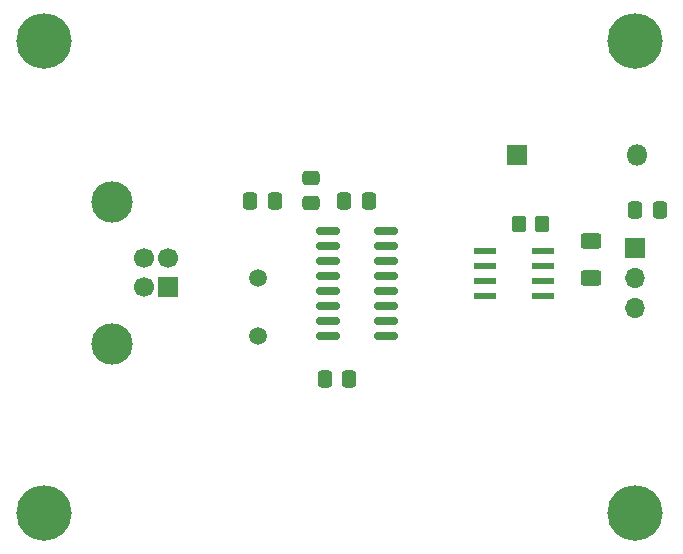
<source format=gts>
G04 #@! TF.GenerationSoftware,KiCad,Pcbnew,8.0.6*
G04 #@! TF.CreationDate,2025-01-14T12:10:58-05:00*
G04 #@! TF.ProjectId,usb_lin,7573625f-6c69-46e2-9e6b-696361645f70,rev?*
G04 #@! TF.SameCoordinates,Original*
G04 #@! TF.FileFunction,Soldermask,Top*
G04 #@! TF.FilePolarity,Negative*
%FSLAX46Y46*%
G04 Gerber Fmt 4.6, Leading zero omitted, Abs format (unit mm)*
G04 Created by KiCad (PCBNEW 8.0.6) date 2025-01-14 12:10:58*
%MOMM*%
%LPD*%
G01*
G04 APERTURE LIST*
G04 Aperture macros list*
%AMRoundRect*
0 Rectangle with rounded corners*
0 $1 Rounding radius*
0 $2 $3 $4 $5 $6 $7 $8 $9 X,Y pos of 4 corners*
0 Add a 4 corners polygon primitive as box body*
4,1,4,$2,$3,$4,$5,$6,$7,$8,$9,$2,$3,0*
0 Add four circle primitives for the rounded corners*
1,1,$1+$1,$2,$3*
1,1,$1+$1,$4,$5*
1,1,$1+$1,$6,$7*
1,1,$1+$1,$8,$9*
0 Add four rect primitives between the rounded corners*
20,1,$1+$1,$2,$3,$4,$5,0*
20,1,$1+$1,$4,$5,$6,$7,0*
20,1,$1+$1,$6,$7,$8,$9,0*
20,1,$1+$1,$8,$9,$2,$3,0*%
G04 Aperture macros list end*
%ADD10RoundRect,0.250000X-0.337500X-0.475000X0.337500X-0.475000X0.337500X0.475000X-0.337500X0.475000X0*%
%ADD11RoundRect,0.250000X0.475000X-0.337500X0.475000X0.337500X-0.475000X0.337500X-0.475000X-0.337500X0*%
%ADD12R,1.700000X1.700000*%
%ADD13C,1.700000*%
%ADD14C,3.500000*%
%ADD15RoundRect,0.150000X-0.825000X-0.150000X0.825000X-0.150000X0.825000X0.150000X-0.825000X0.150000X0*%
%ADD16C,1.500000*%
%ADD17RoundRect,0.250000X-0.625000X0.400000X-0.625000X-0.400000X0.625000X-0.400000X0.625000X0.400000X0*%
%ADD18C,4.700000*%
%ADD19R,1.981200X0.558800*%
%ADD20O,1.700000X1.700000*%
%ADD21R,1.800000X1.800000*%
%ADD22O,1.800000X1.800000*%
%ADD23RoundRect,0.250000X0.350000X0.450000X-0.350000X0.450000X-0.350000X-0.450000X0.350000X-0.450000X0*%
G04 APERTURE END LIST*
D10*
X152462500Y-98600000D03*
X154537500Y-98600000D03*
X158762500Y-113650000D03*
X160837500Y-113650000D03*
X160437500Y-98550000D03*
X162512500Y-98550000D03*
D11*
X157600000Y-98737500D03*
X157600000Y-96662500D03*
D12*
X145500000Y-105900000D03*
D13*
X145500000Y-103400000D03*
X143500000Y-103400000D03*
X143500000Y-105900000D03*
D14*
X140790000Y-110670000D03*
X140790000Y-98630000D03*
D15*
X159025000Y-101155000D03*
X159025000Y-102425000D03*
X159025000Y-103695000D03*
X159025000Y-104965000D03*
X159025000Y-106235000D03*
X159025000Y-107505000D03*
X159025000Y-108775000D03*
X159025000Y-110045000D03*
X163975000Y-110045000D03*
X163975000Y-108775000D03*
X163975000Y-107505000D03*
X163975000Y-106235000D03*
X163975000Y-104965000D03*
X163975000Y-103695000D03*
X163975000Y-102425000D03*
X163975000Y-101155000D03*
D16*
X153100000Y-110000000D03*
X153100000Y-105120000D03*
D17*
X181300000Y-102000000D03*
X181300000Y-105100000D03*
D18*
X135000000Y-125000000D03*
X135000000Y-85000000D03*
D19*
X172300000Y-102780000D03*
X172300000Y-104050000D03*
X172300000Y-105320000D03*
X172300000Y-106590000D03*
X177227600Y-106590000D03*
X177227600Y-105320000D03*
X177227600Y-104050000D03*
X177227600Y-102780000D03*
D12*
X185000000Y-102550000D03*
D20*
X185000000Y-105090000D03*
X185000000Y-107630000D03*
D21*
X175070000Y-94650000D03*
D22*
X185230000Y-94650000D03*
D18*
X185000000Y-85000000D03*
D10*
X185062500Y-99350000D03*
X187137500Y-99350000D03*
D18*
X185000000Y-125000000D03*
D23*
X177200000Y-100500000D03*
X175200000Y-100500000D03*
M02*

</source>
